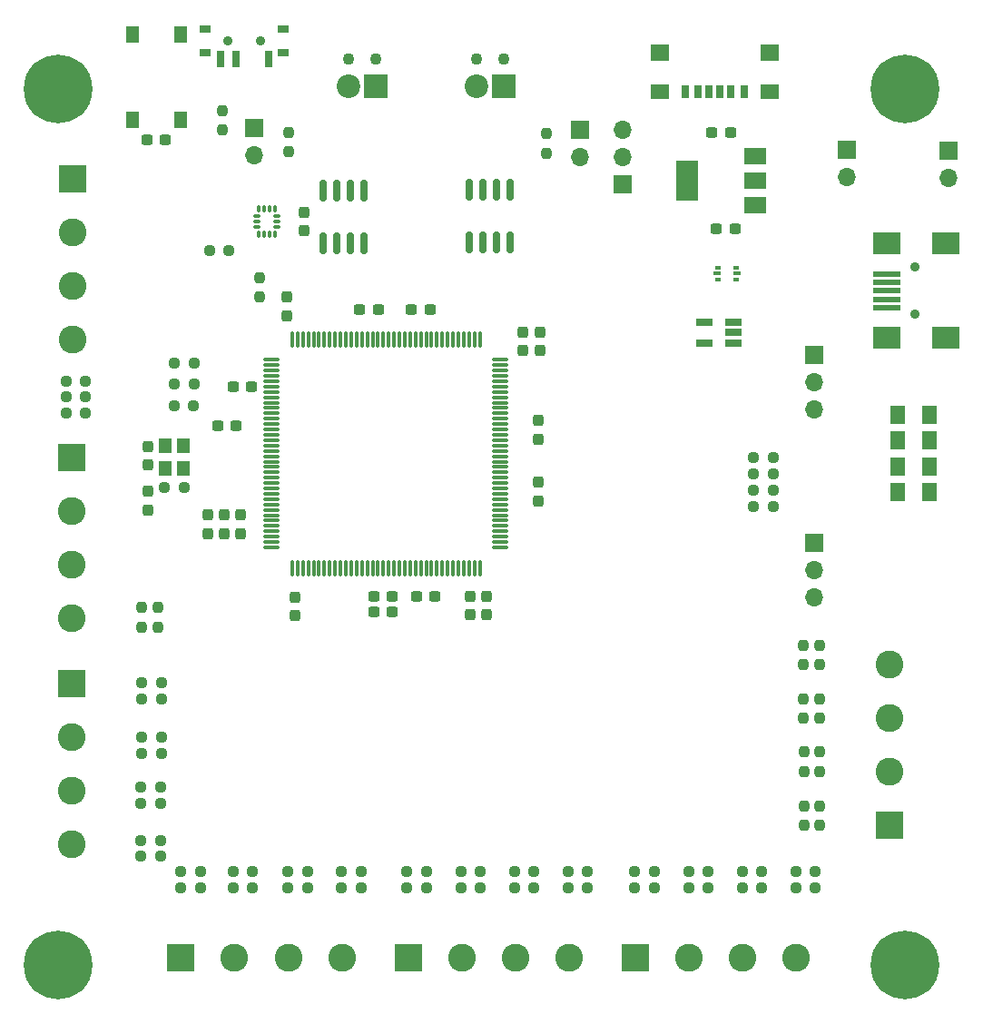
<source format=gbr>
%TF.GenerationSoftware,KiCad,Pcbnew,7.0.7*%
%TF.CreationDate,2024-06-15T17:22:07-05:00*%
%TF.ProjectId,Rev2.2,52657632-2e32-42e6-9b69-6361645f7063,rev?*%
%TF.SameCoordinates,Original*%
%TF.FileFunction,Soldermask,Top*%
%TF.FilePolarity,Negative*%
%FSLAX46Y46*%
G04 Gerber Fmt 4.6, Leading zero omitted, Abs format (unit mm)*
G04 Created by KiCad (PCBNEW 7.0.7) date 2024-06-15 17:22:07*
%MOMM*%
%LPD*%
G01*
G04 APERTURE LIST*
G04 Aperture macros list*
%AMRoundRect*
0 Rectangle with rounded corners*
0 $1 Rounding radius*
0 $2 $3 $4 $5 $6 $7 $8 $9 X,Y pos of 4 corners*
0 Add a 4 corners polygon primitive as box body*
4,1,4,$2,$3,$4,$5,$6,$7,$8,$9,$2,$3,0*
0 Add four circle primitives for the rounded corners*
1,1,$1+$1,$2,$3*
1,1,$1+$1,$4,$5*
1,1,$1+$1,$6,$7*
1,1,$1+$1,$8,$9*
0 Add four rect primitives between the rounded corners*
20,1,$1+$1,$2,$3,$4,$5,0*
20,1,$1+$1,$4,$5,$6,$7,0*
20,1,$1+$1,$6,$7,$8,$9,0*
20,1,$1+$1,$8,$9,$2,$3,0*%
G04 Aperture macros list end*
%ADD10RoundRect,0.237500X0.237500X-0.250000X0.237500X0.250000X-0.237500X0.250000X-0.237500X-0.250000X0*%
%ADD11RoundRect,0.237500X-0.250000X-0.237500X0.250000X-0.237500X0.250000X0.237500X-0.250000X0.237500X0*%
%ADD12RoundRect,0.237500X0.237500X-0.300000X0.237500X0.300000X-0.237500X0.300000X-0.237500X-0.300000X0*%
%ADD13RoundRect,0.237500X-0.237500X0.250000X-0.237500X-0.250000X0.237500X-0.250000X0.237500X0.250000X0*%
%ADD14RoundRect,0.237500X0.250000X0.237500X-0.250000X0.237500X-0.250000X-0.237500X0.250000X-0.237500X0*%
%ADD15R,2.600000X2.600000*%
%ADD16C,2.600000*%
%ADD17RoundRect,0.237500X-0.300000X-0.237500X0.300000X-0.237500X0.300000X0.237500X-0.300000X0.237500X0*%
%ADD18C,0.900000*%
%ADD19R,2.500000X0.500000*%
%ADD20R,2.500000X2.000000*%
%ADD21C,0.800000*%
%ADD22C,6.400000*%
%ADD23RoundRect,0.150000X0.150000X-0.825000X0.150000X0.825000X-0.150000X0.825000X-0.150000X-0.825000X0*%
%ADD24RoundRect,0.237500X0.300000X0.237500X-0.300000X0.237500X-0.300000X-0.237500X0.300000X-0.237500X0*%
%ADD25R,1.700000X1.700000*%
%ADD26O,1.700000X1.700000*%
%ADD27RoundRect,0.237500X-0.237500X0.300000X-0.237500X-0.300000X0.237500X-0.300000X0.237500X0.300000X0*%
%ADD28RoundRect,0.250001X0.462499X0.624999X-0.462499X0.624999X-0.462499X-0.624999X0.462499X-0.624999X0*%
%ADD29C,1.100000*%
%ADD30R,2.200000X2.200000*%
%ADD31C,2.200000*%
%ADD32R,1.300000X1.550000*%
%ADD33R,0.500000X0.375000*%
%ADD34R,0.650000X0.300000*%
%ADD35R,1.560000X0.650000*%
%ADD36RoundRect,0.075000X-0.662500X-0.075000X0.662500X-0.075000X0.662500X0.075000X-0.662500X0.075000X0*%
%ADD37RoundRect,0.075000X-0.075000X-0.662500X0.075000X-0.662500X0.075000X0.662500X-0.075000X0.662500X0*%
%ADD38R,1.200000X1.400000*%
%ADD39RoundRect,0.087500X0.087500X-0.225000X0.087500X0.225000X-0.087500X0.225000X-0.087500X-0.225000X0*%
%ADD40RoundRect,0.087500X0.225000X-0.087500X0.225000X0.087500X-0.225000X0.087500X-0.225000X-0.087500X0*%
%ADD41R,0.700000X1.200000*%
%ADD42R,0.760000X1.200000*%
%ADD43R,0.800000X1.200000*%
%ADD44R,1.800000X1.350000*%
%ADD45R,1.800000X1.500000*%
%ADD46R,1.000000X0.800000*%
%ADD47R,0.700000X1.500000*%
%ADD48R,2.000000X1.500000*%
%ADD49R,2.000000X3.800000*%
G04 APERTURE END LIST*
D10*
%TO.C,R41*%
X178500000Y-133137500D03*
X178500000Y-131312500D03*
%TD*%
D11*
%TO.C,R8*%
X115162500Y-134575000D03*
X116987500Y-134575000D03*
%TD*%
D12*
%TO.C,C43*%
X124450000Y-105937500D03*
X124450000Y-104212500D03*
%TD*%
D13*
%TO.C,R51*%
X177000000Y-131312500D03*
X177000000Y-133137500D03*
%TD*%
D14*
%TO.C,R48*%
X168062500Y-137475000D03*
X166237500Y-137475000D03*
%TD*%
D15*
%TO.C,J13*%
X108675000Y-98825000D03*
D16*
X108675000Y-103825000D03*
X108675000Y-108825000D03*
X108675000Y-113825000D03*
%TD*%
D17*
%TO.C,C39*%
X135562500Y-85000000D03*
X137287500Y-85000000D03*
%TD*%
D18*
%TO.C,J6*%
X187375000Y-85500000D03*
X187375000Y-81100000D03*
D19*
X184775000Y-84900000D03*
X184775000Y-84100000D03*
X184775000Y-83300000D03*
X184775000Y-82500000D03*
X184775000Y-81700000D03*
D20*
X184775000Y-87700000D03*
X190275000Y-87700000D03*
X184775000Y-78900000D03*
X190275000Y-78900000D03*
%TD*%
D21*
%TO.C,H4*%
X184000000Y-64500000D03*
X184702944Y-62802944D03*
X184702944Y-66197056D03*
X186400000Y-62100000D03*
D22*
X186400000Y-64500000D03*
D21*
X186400000Y-66900000D03*
X188097056Y-62802944D03*
X188097056Y-66197056D03*
X188800000Y-64500000D03*
%TD*%
D23*
%TO.C,U4*%
X145795000Y-78800000D03*
X147065000Y-78800000D03*
X148335000Y-78800000D03*
X149605000Y-78800000D03*
X149605000Y-73850000D03*
X148335000Y-73850000D03*
X147065000Y-73850000D03*
X145795000Y-73850000D03*
%TD*%
D14*
%TO.C,R33*%
X120112500Y-90000000D03*
X118287500Y-90000000D03*
%TD*%
D11*
%TO.C,R10*%
X123762500Y-138950000D03*
X125587500Y-138950000D03*
%TD*%
D24*
%TO.C,C35*%
X142562500Y-111775000D03*
X140837500Y-111775000D03*
%TD*%
D14*
%TO.C,R50*%
X178062500Y-137475000D03*
X176237500Y-137475000D03*
%TD*%
%TO.C,R29*%
X117062500Y-121325000D03*
X115237500Y-121325000D03*
%TD*%
D25*
%TO.C,J12*%
X190500000Y-70226000D03*
D26*
X190500000Y-72766000D03*
%TD*%
D11*
%TO.C,R7*%
X115162500Y-129575000D03*
X116987500Y-129575000D03*
%TD*%
D14*
%TO.C,R23*%
X151812500Y-137450000D03*
X149987500Y-137450000D03*
%TD*%
D27*
%TO.C,C37*%
X150825000Y-87137500D03*
X150825000Y-88862500D03*
%TD*%
D28*
%TO.C,D2*%
X188700000Y-99675000D03*
X185725000Y-99675000D03*
%TD*%
D29*
%TO.C,J2*%
X137050000Y-61685000D03*
X134510000Y-61685000D03*
D30*
X137050000Y-64225000D03*
D31*
X134510000Y-64225000D03*
%TD*%
D11*
%TO.C,R45*%
X121562500Y-79500000D03*
X123387500Y-79500000D03*
%TD*%
D14*
%TO.C,R58*%
X174137500Y-98875000D03*
X172312500Y-98875000D03*
%TD*%
D17*
%TO.C,C32*%
X168853500Y-77500000D03*
X170578500Y-77500000D03*
%TD*%
D15*
%TO.C,J7*%
X108750000Y-72850000D03*
D16*
X108750000Y-77850000D03*
X108750000Y-82850000D03*
X108750000Y-87850000D03*
%TD*%
D15*
%TO.C,J16*%
X108675000Y-119950000D03*
D16*
X108675000Y-124950000D03*
X108675000Y-129950000D03*
X108675000Y-134950000D03*
%TD*%
D21*
%TO.C,H1*%
X105000000Y-64500000D03*
X105702944Y-62802944D03*
X105702944Y-66197056D03*
X107400000Y-62100000D03*
D22*
X107400000Y-64500000D03*
D21*
X107400000Y-66900000D03*
X109097056Y-62802944D03*
X109097056Y-66197056D03*
X109800000Y-64500000D03*
%TD*%
D14*
%TO.C,R19*%
X130687500Y-137450000D03*
X128862500Y-137450000D03*
%TD*%
D11*
%TO.C,R16*%
X154987500Y-138950000D03*
X156812500Y-138950000D03*
%TD*%
D21*
%TO.C,H2*%
X105000000Y-146200000D03*
X105702944Y-144502944D03*
X105702944Y-147897056D03*
X107400000Y-143800000D03*
D22*
X107400000Y-146200000D03*
D21*
X107400000Y-148600000D03*
X109097056Y-144502944D03*
X109097056Y-147897056D03*
X109800000Y-146200000D03*
%TD*%
D15*
%TO.C,J9*%
X161275000Y-145475000D03*
D16*
X166275000Y-145475000D03*
X171275000Y-145475000D03*
X176275000Y-145475000D03*
%TD*%
D14*
%TO.C,R55*%
X174137500Y-103375000D03*
X172312500Y-103375000D03*
%TD*%
%TO.C,R20*%
X135712500Y-137450000D03*
X133887500Y-137450000D03*
%TD*%
D25*
%TO.C,J3*%
X156125000Y-68250000D03*
D26*
X156125000Y-70790000D03*
%TD*%
D25*
%TO.C,J11*%
X180975000Y-70104000D03*
D26*
X180975000Y-72644000D03*
%TD*%
D14*
%TO.C,R57*%
X174137500Y-100375000D03*
X172312500Y-100375000D03*
%TD*%
D27*
%TO.C,C27*%
X115850000Y-97812500D03*
X115850000Y-99537500D03*
%TD*%
D32*
%TO.C,SW5*%
X114350000Y-67380000D03*
X114350000Y-59420000D03*
X118850000Y-67380000D03*
X118850000Y-59420000D03*
%TD*%
D28*
%TO.C,D3*%
X188687500Y-97250000D03*
X185712500Y-97250000D03*
%TD*%
D15*
%TO.C,J18*%
X118900000Y-145455000D03*
D16*
X123900000Y-145455000D03*
X128900000Y-145455000D03*
X133900000Y-145455000D03*
%TD*%
D14*
%TO.C,R35*%
X120087500Y-94025000D03*
X118262500Y-94025000D03*
%TD*%
D24*
%TO.C,C34*%
X138612500Y-111775000D03*
X136887500Y-111775000D03*
%TD*%
D13*
%TO.C,R1*%
X128975000Y-68512500D03*
X128975000Y-70337500D03*
%TD*%
D27*
%TO.C,C31*%
X115825000Y-102012500D03*
X115825000Y-103737500D03*
%TD*%
D17*
%TO.C,C25*%
X122312500Y-95875000D03*
X124037500Y-95875000D03*
%TD*%
D27*
%TO.C,C36*%
X147400000Y-111762500D03*
X147400000Y-113487500D03*
%TD*%
D14*
%TO.C,R24*%
X156812500Y-137450000D03*
X154987500Y-137450000D03*
%TD*%
D28*
%TO.C,D4*%
X188687500Y-94825000D03*
X185712500Y-94825000D03*
%TD*%
D15*
%TO.C,J8*%
X185030000Y-133150000D03*
D16*
X185030000Y-128150000D03*
X185030000Y-123150000D03*
X185030000Y-118150000D03*
%TD*%
D14*
%TO.C,R34*%
X120137500Y-92000000D03*
X118312500Y-92000000D03*
%TD*%
D25*
%TO.C,J1*%
X125700000Y-68150000D03*
D26*
X125700000Y-70690000D03*
%TD*%
D14*
%TO.C,R31*%
X116987500Y-131075000D03*
X115162500Y-131075000D03*
%TD*%
D11*
%TO.C,R11*%
X128862500Y-138950000D03*
X130687500Y-138950000D03*
%TD*%
D13*
%TO.C,R2*%
X152975000Y-68612500D03*
X152975000Y-70437500D03*
%TD*%
D11*
%TO.C,R40*%
X176237500Y-138975000D03*
X178062500Y-138975000D03*
%TD*%
D25*
%TO.C,J15*%
X177950000Y-89270000D03*
D26*
X177950000Y-91810000D03*
X177950000Y-94350000D03*
%TD*%
D11*
%TO.C,R15*%
X149987500Y-138950000D03*
X151812500Y-138950000D03*
%TD*%
D25*
%TO.C,J5*%
X160075000Y-73325000D03*
D26*
X160075000Y-70785000D03*
X160075000Y-68245000D03*
%TD*%
D33*
%TO.C,U10*%
X170710000Y-82212500D03*
D34*
X170785000Y-81675000D03*
D33*
X170710000Y-81137500D03*
X169010000Y-81137500D03*
D34*
X168935000Y-81675000D03*
D33*
X169010000Y-82212500D03*
%TD*%
D17*
%TO.C,C38*%
X140412500Y-85000000D03*
X142137500Y-85000000D03*
%TD*%
D13*
%TO.C,R53*%
X176975000Y-121337500D03*
X176975000Y-123162500D03*
%TD*%
%TO.C,R36*%
X116725000Y-112837500D03*
X116725000Y-114662500D03*
%TD*%
D14*
%TO.C,R22*%
X146812500Y-137450000D03*
X144987500Y-137450000D03*
%TD*%
D15*
%TO.C,J17*%
X140075000Y-145475000D03*
D16*
X145075000Y-145475000D03*
X150075000Y-145475000D03*
X155075000Y-145475000D03*
%TD*%
D24*
%TO.C,C41*%
X125462500Y-92275000D03*
X123737500Y-92275000D03*
%TD*%
D10*
%TO.C,R42*%
X178500000Y-128137500D03*
X178500000Y-126312500D03*
%TD*%
%TO.C,R44*%
X178450000Y-118162500D03*
X178450000Y-116337500D03*
%TD*%
D35*
%TO.C,U9*%
X170435000Y-88150000D03*
X170435000Y-87200000D03*
X170435000Y-86250000D03*
X167735000Y-86250000D03*
X167735000Y-88150000D03*
%TD*%
D36*
%TO.C,U1*%
X127362500Y-89725000D03*
X127362500Y-90225000D03*
X127362500Y-90725000D03*
X127362500Y-91225000D03*
X127362500Y-91725000D03*
X127362500Y-92225000D03*
X127362500Y-92725000D03*
X127362500Y-93225000D03*
X127362500Y-93725000D03*
X127362500Y-94225000D03*
X127362500Y-94725000D03*
X127362500Y-95225000D03*
X127362500Y-95725000D03*
X127362500Y-96225000D03*
X127362500Y-96725000D03*
X127362500Y-97225000D03*
X127362500Y-97725000D03*
X127362500Y-98225000D03*
X127362500Y-98725000D03*
X127362500Y-99225000D03*
X127362500Y-99725000D03*
X127362500Y-100225000D03*
X127362500Y-100725000D03*
X127362500Y-101225000D03*
X127362500Y-101725000D03*
X127362500Y-102225000D03*
X127362500Y-102725000D03*
X127362500Y-103225000D03*
X127362500Y-103725000D03*
X127362500Y-104225000D03*
X127362500Y-104725000D03*
X127362500Y-105225000D03*
X127362500Y-105725000D03*
X127362500Y-106225000D03*
X127362500Y-106725000D03*
X127362500Y-107225000D03*
D37*
X129275000Y-109137500D03*
X129775000Y-109137500D03*
X130275000Y-109137500D03*
X130775000Y-109137500D03*
X131275000Y-109137500D03*
X131775000Y-109137500D03*
X132275000Y-109137500D03*
X132775000Y-109137500D03*
X133275000Y-109137500D03*
X133775000Y-109137500D03*
X134275000Y-109137500D03*
X134775000Y-109137500D03*
X135275000Y-109137500D03*
X135775000Y-109137500D03*
X136275000Y-109137500D03*
X136775000Y-109137500D03*
X137275000Y-109137500D03*
X137775000Y-109137500D03*
X138275000Y-109137500D03*
X138775000Y-109137500D03*
X139275000Y-109137500D03*
X139775000Y-109137500D03*
X140275000Y-109137500D03*
X140775000Y-109137500D03*
X141275000Y-109137500D03*
X141775000Y-109137500D03*
X142275000Y-109137500D03*
X142775000Y-109137500D03*
X143275000Y-109137500D03*
X143775000Y-109137500D03*
X144275000Y-109137500D03*
X144775000Y-109137500D03*
X145275000Y-109137500D03*
X145775000Y-109137500D03*
X146275000Y-109137500D03*
X146775000Y-109137500D03*
D36*
X148687500Y-107225000D03*
X148687500Y-106725000D03*
X148687500Y-106225000D03*
X148687500Y-105725000D03*
X148687500Y-105225000D03*
X148687500Y-104725000D03*
X148687500Y-104225000D03*
X148687500Y-103725000D03*
X148687500Y-103225000D03*
X148687500Y-102725000D03*
X148687500Y-102225000D03*
X148687500Y-101725000D03*
X148687500Y-101225000D03*
X148687500Y-100725000D03*
X148687500Y-100225000D03*
X148687500Y-99725000D03*
X148687500Y-99225000D03*
X148687500Y-98725000D03*
X148687500Y-98225000D03*
X148687500Y-97725000D03*
X148687500Y-97225000D03*
X148687500Y-96725000D03*
X148687500Y-96225000D03*
X148687500Y-95725000D03*
X148687500Y-95225000D03*
X148687500Y-94725000D03*
X148687500Y-94225000D03*
X148687500Y-93725000D03*
X148687500Y-93225000D03*
X148687500Y-92725000D03*
X148687500Y-92225000D03*
X148687500Y-91725000D03*
X148687500Y-91225000D03*
X148687500Y-90725000D03*
X148687500Y-90225000D03*
X148687500Y-89725000D03*
D37*
X146775000Y-87812500D03*
X146275000Y-87812500D03*
X145775000Y-87812500D03*
X145275000Y-87812500D03*
X144775000Y-87812500D03*
X144275000Y-87812500D03*
X143775000Y-87812500D03*
X143275000Y-87812500D03*
X142775000Y-87812500D03*
X142275000Y-87812500D03*
X141775000Y-87812500D03*
X141275000Y-87812500D03*
X140775000Y-87812500D03*
X140275000Y-87812500D03*
X139775000Y-87812500D03*
X139275000Y-87812500D03*
X138775000Y-87812500D03*
X138275000Y-87812500D03*
X137775000Y-87812500D03*
X137275000Y-87812500D03*
X136775000Y-87812500D03*
X136275000Y-87812500D03*
X135775000Y-87812500D03*
X135275000Y-87812500D03*
X134775000Y-87812500D03*
X134275000Y-87812500D03*
X133775000Y-87812500D03*
X133275000Y-87812500D03*
X132775000Y-87812500D03*
X132275000Y-87812500D03*
X131775000Y-87812500D03*
X131275000Y-87812500D03*
X130775000Y-87812500D03*
X130275000Y-87812500D03*
X129775000Y-87812500D03*
X129275000Y-87812500D03*
%TD*%
D13*
%TO.C,R52*%
X177000000Y-126312500D03*
X177000000Y-128137500D03*
%TD*%
D29*
%TO.C,J4*%
X148970000Y-61685000D03*
X146430000Y-61685000D03*
D30*
X148970000Y-64225000D03*
D31*
X146430000Y-64225000D03*
%TD*%
D28*
%TO.C,D1*%
X188712500Y-102100000D03*
X185737500Y-102100000D03*
%TD*%
D12*
%TO.C,C40*%
X128775000Y-85612500D03*
X128775000Y-83887500D03*
%TD*%
D14*
%TO.C,R49*%
X173075000Y-137450000D03*
X171250000Y-137450000D03*
%TD*%
D24*
%TO.C,C45*%
X117462500Y-69200000D03*
X115737500Y-69200000D03*
%TD*%
D14*
%TO.C,R32*%
X116987500Y-136050000D03*
X115162500Y-136050000D03*
%TD*%
D11*
%TO.C,R4*%
X117337500Y-101675000D03*
X119162500Y-101675000D03*
%TD*%
D14*
%TO.C,R18*%
X125587500Y-137475000D03*
X123762500Y-137475000D03*
%TD*%
D27*
%TO.C,C23*%
X152200000Y-95387500D03*
X152200000Y-97112500D03*
%TD*%
D11*
%TO.C,R9*%
X118887500Y-138950000D03*
X120712500Y-138950000D03*
%TD*%
D24*
%TO.C,C26*%
X170153500Y-68500000D03*
X168428500Y-68500000D03*
%TD*%
D11*
%TO.C,R14*%
X144987500Y-138950000D03*
X146812500Y-138950000D03*
%TD*%
%TO.C,R25*%
X108162500Y-91700000D03*
X109987500Y-91700000D03*
%TD*%
D10*
%TO.C,R43*%
X178475000Y-123162500D03*
X178475000Y-121337500D03*
%TD*%
D27*
%TO.C,C33*%
X129500000Y-111887500D03*
X129500000Y-113612500D03*
%TD*%
D38*
%TO.C,Y2*%
X117450000Y-97700000D03*
X117450000Y-99900000D03*
X119150000Y-99900000D03*
X119150000Y-97700000D03*
%TD*%
D39*
%TO.C,U5*%
X126150000Y-77982500D03*
X126650000Y-77982500D03*
X127150000Y-77982500D03*
X127650000Y-77982500D03*
D40*
X127812500Y-77320000D03*
X127812500Y-76820000D03*
X127812500Y-76320000D03*
D39*
X127650000Y-75657500D03*
X127150000Y-75657500D03*
X126650000Y-75657500D03*
X126150000Y-75657500D03*
D40*
X125987500Y-76320000D03*
X125987500Y-76820000D03*
X125987500Y-77320000D03*
%TD*%
D12*
%TO.C,C30*%
X152375000Y-88862500D03*
X152375000Y-87137500D03*
%TD*%
D10*
%TO.C,R28*%
X115225000Y-114662500D03*
X115225000Y-112837500D03*
%TD*%
%TO.C,R3*%
X122800000Y-68312500D03*
X122800000Y-66487500D03*
%TD*%
D11*
%TO.C,R12*%
X133887500Y-138950000D03*
X135712500Y-138950000D03*
%TD*%
D12*
%TO.C,C1*%
X130350000Y-77712500D03*
X130350000Y-75987500D03*
%TD*%
D41*
%TO.C,J14*%
X169156000Y-64754500D03*
D42*
X167136000Y-64754500D03*
D43*
X165906000Y-64754500D03*
D41*
X168156000Y-64754500D03*
D42*
X170176000Y-64754500D03*
D43*
X171406000Y-64754500D03*
D44*
X173781000Y-64699500D03*
D45*
X173781000Y-61119500D03*
D44*
X163531000Y-64699500D03*
D45*
X163531000Y-61119500D03*
%TD*%
D11*
%TO.C,R27*%
X108162500Y-94700000D03*
X109987500Y-94700000D03*
%TD*%
D21*
%TO.C,H3*%
X184000000Y-146200000D03*
X184702944Y-144502944D03*
X184702944Y-147897056D03*
X186400000Y-143800000D03*
D22*
X186400000Y-146200000D03*
D21*
X186400000Y-148600000D03*
X188097056Y-144502944D03*
X188097056Y-147897056D03*
X188800000Y-146200000D03*
%TD*%
D11*
%TO.C,R37*%
X161237500Y-138975000D03*
X163062500Y-138975000D03*
%TD*%
%TO.C,R13*%
X139987500Y-138950000D03*
X141812500Y-138950000D03*
%TD*%
%TO.C,R6*%
X115237500Y-124950000D03*
X117062500Y-124950000D03*
%TD*%
D12*
%TO.C,C44*%
X122900000Y-105937500D03*
X122900000Y-104212500D03*
%TD*%
D24*
%TO.C,C42*%
X138612500Y-113275000D03*
X136887500Y-113275000D03*
%TD*%
D11*
%TO.C,R5*%
X115250000Y-119825000D03*
X117075000Y-119825000D03*
%TD*%
D13*
%TO.C,R54*%
X176975000Y-116337500D03*
X176975000Y-118162500D03*
%TD*%
D11*
%TO.C,R26*%
X108162500Y-93200000D03*
X109987500Y-93200000D03*
%TD*%
D14*
%TO.C,R56*%
X174137500Y-101875000D03*
X172312500Y-101875000D03*
%TD*%
D23*
%TO.C,U2*%
X132120000Y-78875000D03*
X133390000Y-78875000D03*
X134660000Y-78875000D03*
X135930000Y-78875000D03*
X135930000Y-73925000D03*
X134660000Y-73925000D03*
X133390000Y-73925000D03*
X132120000Y-73925000D03*
%TD*%
D14*
%TO.C,R17*%
X120712500Y-137475000D03*
X118887500Y-137475000D03*
%TD*%
%TO.C,R30*%
X117062500Y-126450000D03*
X115237500Y-126450000D03*
%TD*%
D46*
%TO.C,SW3*%
X128450000Y-61055000D03*
X128450000Y-58845000D03*
D18*
X126300000Y-59945000D03*
X123300000Y-59945000D03*
D46*
X121150000Y-61055000D03*
X121150000Y-58845000D03*
D47*
X127050000Y-61705000D03*
X124050000Y-61705000D03*
X122550000Y-61705000D03*
%TD*%
D25*
%TO.C,J10*%
X177950000Y-106770000D03*
D26*
X177950000Y-109310000D03*
X177950000Y-111850000D03*
%TD*%
D27*
%TO.C,C28*%
X121400000Y-104212500D03*
X121400000Y-105937500D03*
%TD*%
D14*
%TO.C,R47*%
X163062500Y-137450000D03*
X161237500Y-137450000D03*
%TD*%
D11*
%TO.C,R38*%
X166237500Y-138975000D03*
X168062500Y-138975000D03*
%TD*%
%TO.C,R39*%
X171262500Y-138950000D03*
X173087500Y-138950000D03*
%TD*%
D27*
%TO.C,C24*%
X152225000Y-101162500D03*
X152225000Y-102887500D03*
%TD*%
%TO.C,C29*%
X145875000Y-111762500D03*
X145875000Y-113487500D03*
%TD*%
D14*
%TO.C,R21*%
X141812500Y-137450000D03*
X139987500Y-137450000D03*
%TD*%
D10*
%TO.C,R46*%
X126200000Y-83887500D03*
X126200000Y-82062500D03*
%TD*%
D48*
%TO.C,U3*%
X172441000Y-75325000D03*
X172441000Y-73025000D03*
D49*
X166141000Y-73025000D03*
D48*
X172441000Y-70725000D03*
%TD*%
M02*

</source>
